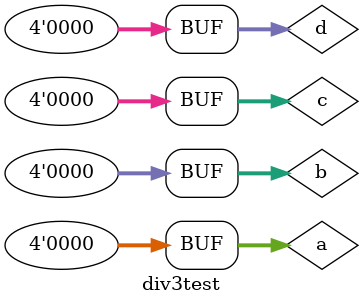
<source format=v>
`timescale 1ns / 1ps

module div3test;

	// Inputs
	reg [3:0] a;
	reg [3:0] b;
	reg [3:0] c;
	reg [3:0] d;

	// Outputs
	wire out;

	// Instantiate the Unit Under Test (UUT)
	div3 uut (
		.a(a), 
		.b(b), 
		.c(c), 
		.d(d), 
		.out(out)
	);

	initial begin
		// Initialize Inputs
		a = 0000;
		b = 0;
		c = 0;
		d = 0;


		// Wait 100 ns for global reset to finish
		#100;
      a = 0000;
		b = 0;
		c = 0;
		d = 0;
		// Add stimulus here

	end
      
endmodule


</source>
